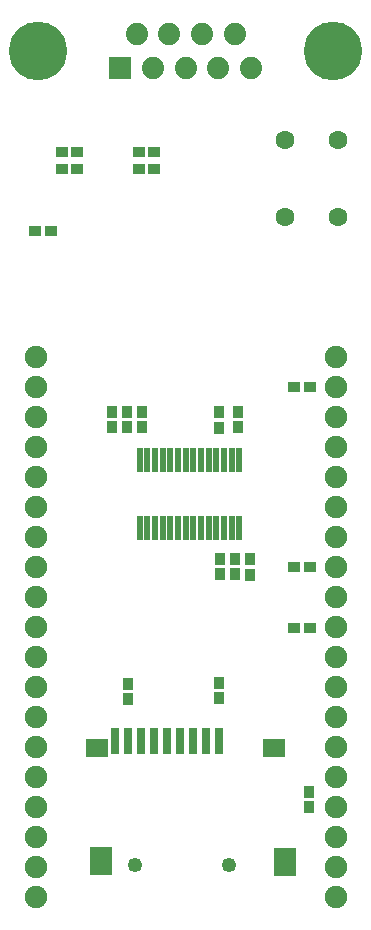
<source format=gbr>
G04 DipTrace 3.3.1.3*
G04 TopMask.gbr*
%MOIN*%
G04 #@! TF.FileFunction,Soldermask,Top*
G04 #@! TF.Part,Single*
%ADD37C,0.049213*%
%ADD44R,0.023628X0.078746*%
%ADD46C,0.074809*%
%ADD50R,0.076778X0.096463*%
%ADD52R,0.076778X0.064967*%
%ADD54R,0.031502X0.08662*%
%ADD56C,0.062998*%
%ADD58C,0.195282*%
%ADD60C,0.074415*%
%ADD62R,0.074415X0.074415*%
%ADD64R,0.043313X0.035439*%
%ADD66R,0.035439X0.043313*%
%FSLAX26Y26*%
G04*
G70*
G90*
G75*
G01*
G04 TopMask*
%LPD*%
D66*
X1193702Y2007478D3*
Y2058659D3*
X1234198Y1568478D3*
Y1517297D3*
X1134824Y1568764D3*
Y1517583D3*
X1184824Y1568764D3*
Y1517583D3*
X1128456Y2057478D3*
Y2006297D3*
D64*
X913685Y2868700D3*
X862504D3*
X656202D3*
X605021D3*
D62*
X800953Y3206280D3*
D60*
X910008D3*
X1019063D3*
X1128118D3*
X1237173D3*
X855481Y3318091D3*
X964536D3*
X1073591D3*
X1182646D3*
D58*
X527134Y3262185D3*
X1510992D3*
D64*
X1381202Y1543700D3*
X1432383D3*
X913685Y2924949D3*
X862504D3*
X1381201Y2143700D3*
X1432382D3*
X1381202Y1337449D3*
X1432383D3*
X656202Y2924951D3*
X605021D3*
D66*
X1431202Y793700D3*
Y742519D3*
X827944Y1151987D3*
Y1100806D3*
X1131202Y1156200D3*
Y1105019D3*
D64*
X569256Y2661745D3*
X518075D3*
D66*
X874196Y2007478D3*
Y2058659D3*
X824196Y2007478D3*
Y2058659D3*
X774196Y2007478D3*
Y2058659D3*
D56*
X1526036Y2708482D3*
Y2964388D3*
X1348870D3*
Y2708482D3*
D54*
X783337Y962516D3*
X826645D3*
X869952D3*
X913259D3*
X956566D3*
X999873D3*
X1043180D3*
X1086487D3*
X1129794D3*
D52*
X724243Y938934D3*
X1313042Y938582D3*
D50*
X1349353Y560697D3*
X737735Y560833D3*
D37*
X848574Y550340D3*
X1163023D3*
D46*
X1518702Y443700D3*
Y543700D3*
Y643700D3*
Y743700D3*
Y843700D3*
Y943700D3*
Y1043700D3*
Y1143700D3*
Y1243700D3*
Y1343700D3*
Y1443700D3*
Y1543700D3*
Y1643700D3*
Y1743700D3*
Y1843700D3*
Y1943700D3*
Y2043700D3*
Y2143700D3*
Y2243700D3*
X518702D3*
Y2143700D3*
Y2043700D3*
Y1943700D3*
Y1843700D3*
Y1743700D3*
Y1643700D3*
Y1543700D3*
Y1443700D3*
Y1343700D3*
Y1243700D3*
Y1143700D3*
Y1043700D3*
Y943700D3*
Y843700D3*
Y743700D3*
Y643700D3*
Y543700D3*
Y443700D3*
D44*
X1197771Y1900381D3*
X1172180D3*
X1146589D3*
X1120999D3*
X1095408D3*
X1069818D3*
X1044227D3*
X1018637D3*
X993046D3*
X967456D3*
X941865D3*
X916274D3*
X890684D3*
X865093D3*
Y1672027D3*
X890684Y1672035D3*
X916274D3*
X941865D3*
X967456D3*
X993046D3*
X1018637D3*
X1044227D3*
X1069818D3*
X1095408D3*
X1120999D3*
X1146589D3*
X1172180D3*
X1197771D3*
M02*

</source>
